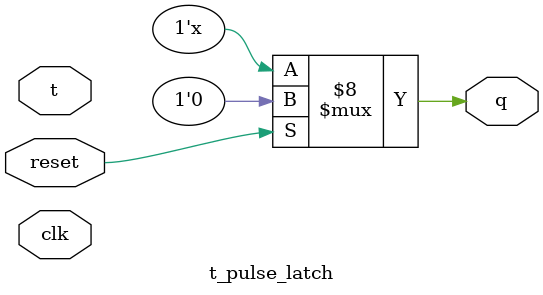
<source format=v>
module t_pulse_latch(
    input clk,   // Enable
    input reset,
    input t,
    output reg q
);

initial q = 0;

always @(clk or reset) begin
    if (reset)
        q <= 0;
    else if (clk && t)
        q <= ~q;
end

endmodule

</source>
